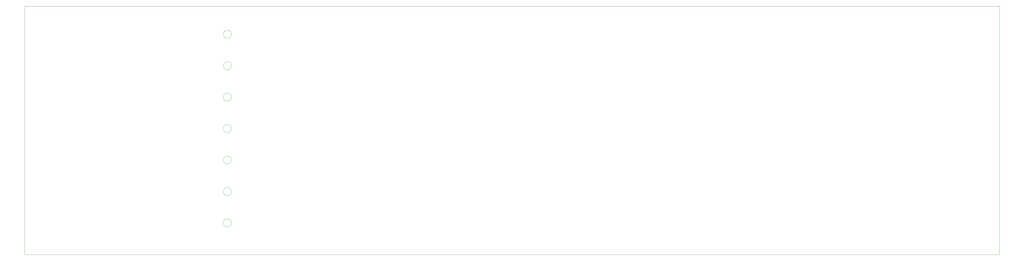
<source format=gbr>
%TF.GenerationSoftware,KiCad,Pcbnew,(6.0.8-1)-1*%
%TF.CreationDate,2023-04-06T11:00:11-04:00*%
%TF.ProjectId,Untitled,556e7469-746c-4656-942e-6b696361645f,rev?*%
%TF.SameCoordinates,Original*%
%TF.FileFunction,Profile,NP*%
%FSLAX46Y46*%
G04 Gerber Fmt 4.6, Leading zero omitted, Abs format (unit mm)*
G04 Created by KiCad (PCBNEW (6.0.8-1)-1) date 2023-04-06 11:00:11*
%MOMM*%
%LPD*%
G01*
G04 APERTURE LIST*
%TA.AperFunction,Profile*%
%ADD10C,0.100000*%
%TD*%
G04 APERTURE END LIST*
D10*
X75200000Y-56400000D02*
G75*
G03*
X75200000Y-56400000I-1600000J0D01*
G01*
X75200000Y-118400000D02*
G75*
G03*
X75200000Y-118400000I-1600000J0D01*
G01*
X75200000Y-106000000D02*
G75*
G03*
X75200000Y-106000000I-1600000J0D01*
G01*
X-6280000Y-32920000D02*
X377640000Y-32920000D01*
X377640000Y-32920000D02*
X377640000Y-130910000D01*
X377640000Y-130910000D02*
X-6280000Y-130910000D01*
X-6280000Y-130910000D02*
X-6280000Y-32920000D01*
X75200000Y-68800000D02*
G75*
G03*
X75200000Y-68800000I-1600000J0D01*
G01*
X75200000Y-81200000D02*
G75*
G03*
X75200000Y-81200000I-1600000J0D01*
G01*
X75200000Y-93600000D02*
G75*
G03*
X75200000Y-93600000I-1600000J0D01*
G01*
X75200000Y-44000000D02*
G75*
G03*
X75200000Y-44000000I-1600000J0D01*
G01*
M02*

</source>
